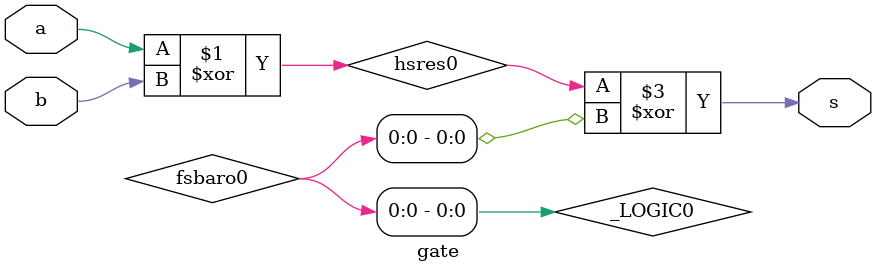
<source format=v>
module test;
  reg [1:0] pattin;
  wire a, b, c, s, pattout;
  reg [10*8:0] patFile, fltFile, rptFile;

  assign {a, b} = pattin;
  assign pattout = s;
  gate g1(s, a, b);
  initial
  begin
    patFile = "pat.txt";
    fltFile = "fault.txt";
    rptFile = "fault.rpt";
    $faultEnumerate(fltFile);
    $generatePatterns(pattin, pattout, fltFile, patFile, rptFile);
  end
endmodule

module gate (
s,
a,
b
);
input  a;
input  b;
output  s;
// subtr starts line no 4
wire [1:0] fsbaro0;
buf (fsbaro0[0], _LOGIC0);
wire hsres0, hsresnot0, in0not0, hs0baro0, hs1baro0;
xor (hsres0, a, b);
not (in0not0, a);
and (hs0baro0, in0not0, b);
xor (s, hsres0, fsbaro0[0]);
not (hsresnot0, hsres0);
and (hs1baro0, hsresnot0, fsbaro0[0]);
or (fsbaro0[1], hs0baro0, hs1baro0);
// subtr ends line no 4
endmodule

</source>
